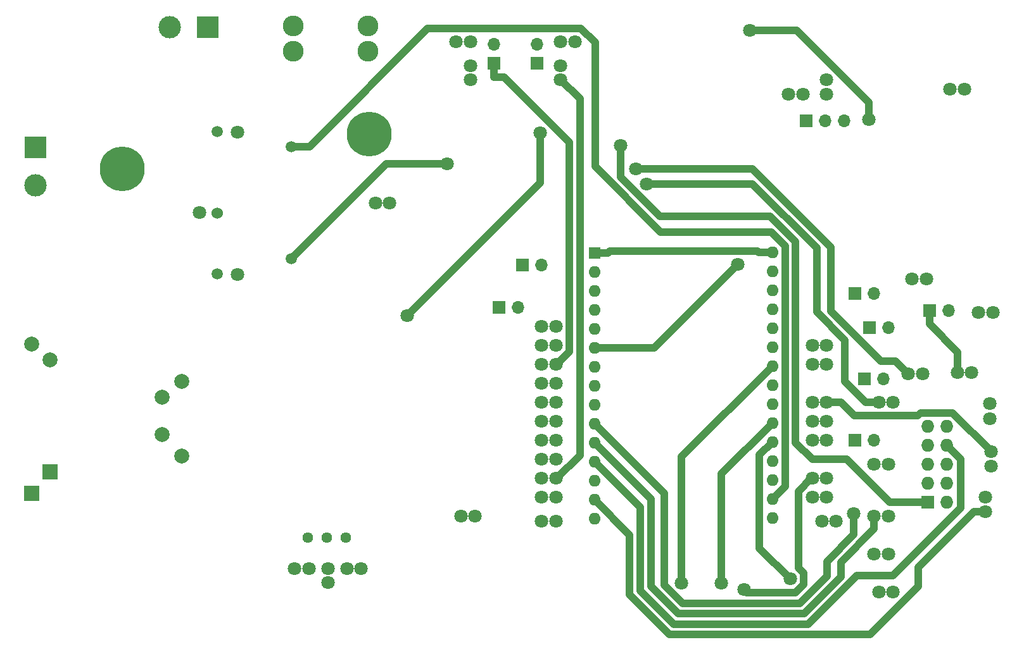
<source format=gbr>
%TF.GenerationSoftware,KiCad,Pcbnew,(6.0.0-rc1-dev-1444-gad0d9f8df)*%
%TF.CreationDate,2019-01-02T13:44:12+02:00*%
%TF.ProjectId,digiTOS-COMOD-SinBoard-routed-2,64696769-544f-4532-9d43-4f4d4f442d53,rev?*%
%TF.SameCoordinates,Original*%
%TF.FileFunction,Copper,L2,Bot*%
%TF.FilePolarity,Positive*%
%FSLAX46Y46*%
G04 Gerber Fmt 4.6, Leading zero omitted, Abs format (unit mm)*
G04 Created by KiCad (PCBNEW (6.0.0-rc1-dev-1444-gad0d9f8df)) date 02/01/2019 13:44:12*
%MOMM*%
%LPD*%
G04 APERTURE LIST*
%TA.AperFunction,ComponentPad*%
%ADD10C,2.000000*%
%TD*%
%TA.AperFunction,ComponentPad*%
%ADD11R,2.000000X2.000000*%
%TD*%
%TA.AperFunction,ComponentPad*%
%ADD12C,2.780000*%
%TD*%
%TA.AperFunction,ComponentPad*%
%ADD13R,3.000000X3.000000*%
%TD*%
%TA.AperFunction,ComponentPad*%
%ADD14C,3.000000*%
%TD*%
%TA.AperFunction,ComponentPad*%
%ADD15C,5.999480*%
%TD*%
%TA.AperFunction,ComponentPad*%
%ADD16R,1.700000X1.700000*%
%TD*%
%TA.AperFunction,ComponentPad*%
%ADD17O,1.700000X1.700000*%
%TD*%
%TA.AperFunction,ComponentPad*%
%ADD18C,1.440000*%
%TD*%
%TA.AperFunction,ComponentPad*%
%ADD19R,1.727200X1.727200*%
%TD*%
%TA.AperFunction,ComponentPad*%
%ADD20O,1.727200X1.727200*%
%TD*%
%TA.AperFunction,ComponentPad*%
%ADD21C,1.524000*%
%TD*%
%TA.AperFunction,ComponentPad*%
%ADD22C,1.520000*%
%TD*%
%TA.AperFunction,ComponentPad*%
%ADD23R,1.600000X1.600000*%
%TD*%
%TA.AperFunction,ComponentPad*%
%ADD24O,1.600000X1.600000*%
%TD*%
%TA.AperFunction,ViaPad*%
%ADD25C,1.800000*%
%TD*%
%TA.AperFunction,Conductor*%
%ADD26C,1.000000*%
%TD*%
G04 APERTURE END LIST*
D10*
%TO.P,T1,7*%
%TO.N,V_Trans_out1*%
X137200000Y-102700000D03*
%TO.P,T1,6*%
%TO.N,V_Trans_out2*%
X137200000Y-97700000D03*
%TO.P,T1,4*%
%TO.N,NEUT*%
X122200000Y-92700000D03*
D11*
%TO.P,T1,1*%
%TO.N,LINE*%
X122200000Y-107700000D03*
%TD*%
D10*
%TO.P,T2,9*%
%TO.N,V_Trans_out1*%
X139800000Y-105600000D03*
%TO.P,T2,7*%
%TO.N,V_Trans_out2*%
X139800000Y-95600000D03*
%TO.P,T2,5*%
%TO.N,NEUT*%
X119800000Y-90600000D03*
D11*
%TO.P,T2,1*%
%TO.N,LINE*%
X119800000Y-110600000D03*
%TD*%
D12*
%TO.P,F1,1*%
%TO.N,AC*%
X164700000Y-48000000D03*
X164700000Y-51400000D03*
%TO.P,F1,2*%
%TO.N,Net-(F1-Pad2)*%
X154780000Y-48000000D03*
X154780000Y-51400000D03*
%TD*%
D13*
%TO.P,NEUT-LINE_IN1,1*%
%TO.N,Net-(F1-Pad2)*%
X143300000Y-48200000D03*
D14*
%TO.P,NEUT-LINE_IN1,2*%
%TO.N,NEUT*%
X138220000Y-48200000D03*
%TD*%
D15*
%TO.P,J3,1*%
%TO.N,AC*%
X164900000Y-62550000D03*
%TD*%
%TO.P,J4,1*%
%TO.N,LINE*%
X131900000Y-67200000D03*
%TD*%
D13*
%TO.P,NEUT-LINE_OUT1,1*%
%TO.N,LINE*%
X120300000Y-64300000D03*
D14*
%TO.P,NEUT-LINE_OUT1,2*%
%TO.N,NEUT*%
X120300000Y-69380000D03*
%TD*%
D16*
%TO.P,RAW-GND1,1*%
%TO.N,+12V*%
X239800000Y-86100000D03*
D17*
%TO.P,RAW-GND1,2*%
%TO.N,GND*%
X242340000Y-86100000D03*
%TD*%
D16*
%TO.P,RX-TX-GND1,1*%
%TO.N,Net-(R5-Pad1)*%
X223320000Y-60730000D03*
D17*
%TO.P,RX-TX-GND1,2*%
%TO.N,Net-(R6-Pad1)*%
X225860000Y-60730000D03*
%TO.P,RX-TX-GND1,3*%
%TO.N,GND*%
X228400000Y-60730000D03*
%TD*%
D16*
%TO.P,DEV1,1*%
%TO.N,DEV_MODE1*%
X181600000Y-53000000D03*
D17*
%TO.P,DEV1,2*%
%TO.N,GND*%
X181600000Y-50460000D03*
%TD*%
%TO.P,DEV2,2*%
%TO.N,GND*%
X187300000Y-50460000D03*
D16*
%TO.P,DEV2,1*%
%TO.N,DEV_MODE2*%
X187300000Y-53000000D03*
%TD*%
D18*
%TO.P,RV1,1*%
%TO.N,Net-(R13-Pad2)*%
X156700000Y-116500000D03*
%TO.P,RV1,2*%
%TO.N,Net-(R17-Pad2)*%
X159240000Y-116500000D03*
%TO.P,RV1,3*%
%TO.N,Net-(R14-Pad1)*%
X161780000Y-116500000D03*
%TD*%
D19*
%TO.P,J1,1*%
%TO.N,+3V3*%
X239600000Y-111800000D03*
D20*
%TO.P,J1,2*%
%TO.N,GND*%
X242140000Y-111800000D03*
%TO.P,J1,3*%
%TO.N,CH1*%
X239600000Y-109260000D03*
%TO.P,J1,4*%
%TO.N,FAULT_FEEDBACK*%
X242140000Y-109260000D03*
%TO.P,J1,5*%
%TO.N,CH2*%
X239600000Y-106720000D03*
%TO.P,J1,6*%
%TO.N,RST*%
X242140000Y-106720000D03*
%TO.P,J1,7*%
%TO.N,CH3*%
X239600000Y-104180000D03*
%TO.P,J1,8*%
%TO.N,DC_FEEDBACK*%
X242140000Y-104180000D03*
%TO.P,J1,9*%
%TO.N,CH4*%
X239600000Y-101640000D03*
%TO.P,J1,10*%
%TO.N,+12V*%
X242140000Y-101640000D03*
%TD*%
D21*
%TO.P,T3,5*%
%TO.N,Net-(T3-Pad5)*%
X144554000Y-73080000D03*
D22*
%TO.P,T3,1*%
%TO.N,Net-(C5-Pad1)*%
X154460000Y-79176000D03*
%TO.P,T3,2*%
%TO.N,CT_out2*%
X154460000Y-64190000D03*
%TO.P,T3,4*%
%TO.N,Net-(T3-Pad5)*%
X144554000Y-81208000D03*
%TO.P,T3,3*%
X144554000Y-62158000D03*
%TD*%
D23*
%TO.P,STM321,1*%
%TO.N,+12V*%
X195005448Y-78401405D03*
D24*
%TO.P,STM321,17*%
%TO.N,Net-(STM321-Pad17)*%
X218797316Y-80860115D03*
%TO.P,STM321,2*%
%TO.N,Net-(STM321-Pad2)*%
X195005448Y-80941405D03*
%TO.P,STM321,18*%
%TO.N,Net-(STM321-Pad18)*%
X218797316Y-83400115D03*
%TO.P,STM321,3*%
%TO.N,E1*%
X195005448Y-83481405D03*
%TO.P,STM321,19*%
%TO.N,E3*%
X218797316Y-85940115D03*
%TO.P,STM321,4*%
%TO.N,E2*%
X195005448Y-86021405D03*
%TO.P,STM321,20*%
%TO.N,E4*%
X218797316Y-88480115D03*
%TO.P,STM321,5*%
%TO.N,CH3*%
X195005448Y-88561405D03*
%TO.P,STM321,21*%
%TO.N,RX*%
X218797316Y-91020115D03*
%TO.P,STM321,6*%
%TO.N,TX*%
X195005448Y-91101405D03*
%TO.P,STM321,22*%
%TO.N,LED1*%
X218797316Y-93560115D03*
%TO.P,STM321,7*%
%TO.N,DEV_MODE1*%
X195005448Y-93641405D03*
%TO.P,STM321,23*%
%TO.N,E5*%
X218797316Y-96100115D03*
%TO.P,STM321,8*%
%TO.N,CH4*%
X195005448Y-96181405D03*
%TO.P,STM321,24*%
%TO.N,RST*%
X218797316Y-98640115D03*
%TO.P,STM321,9*%
%TO.N,LED2*%
X195005448Y-98721405D03*
%TO.P,STM321,25*%
%TO.N,LED3*%
X218797316Y-101180115D03*
%TO.P,STM321,10*%
%TO.N,CH2*%
X195005448Y-101261405D03*
%TO.P,STM321,26*%
%TO.N,LED4*%
X218797316Y-103720115D03*
%TO.P,STM321,11*%
%TO.N,CH1*%
X195005448Y-103801405D03*
%TO.P,STM321,27*%
%TO.N,E6*%
X218797316Y-106260115D03*
%TO.P,STM321,12*%
%TO.N,DC_FEEDBACK*%
X195005448Y-106341405D03*
%TO.P,STM321,28*%
%TO.N,V_OUT*%
X218797316Y-108800115D03*
%TO.P,STM321,13*%
%TO.N,DEV_MODE2*%
X195005448Y-108881405D03*
%TO.P,STM321,29*%
%TO.N,CT_out2*%
X218797316Y-111340115D03*
%TO.P,STM321,14*%
%TO.N,FAULT_FEEDBACK*%
X195005448Y-111421405D03*
%TO.P,STM321,30*%
%TO.N,GND*%
X218797316Y-113880115D03*
%TO.P,STM321,15*%
X195005448Y-113961405D03*
%TO.P,STM321,16*%
%TO.N,+12V*%
X218797316Y-78320115D03*
%TD*%
D17*
%TO.P,J2,2*%
%TO.N,E2*%
X184785000Y-85725000D03*
D16*
%TO.P,J2,1*%
X182245000Y-85725000D03*
%TD*%
%TO.P,J5,1*%
%TO.N,E1*%
X185420000Y-80010000D03*
D17*
%TO.P,J5,2*%
X187960000Y-80010000D03*
%TD*%
%TO.P,J6,2*%
%TO.N,E3*%
X232410000Y-83820000D03*
D16*
%TO.P,J6,1*%
X229870000Y-83820000D03*
%TD*%
%TO.P,J7,1*%
%TO.N,E5*%
X231140000Y-95250000D03*
D17*
%TO.P,J7,2*%
X233680000Y-95250000D03*
%TD*%
D16*
%TO.P,J8,1*%
%TO.N,E4*%
X231775000Y-88392000D03*
D17*
%TO.P,J8,2*%
X234315000Y-88392000D03*
%TD*%
%TO.P,J9,2*%
%TO.N,E6*%
X232410000Y-103505000D03*
D16*
%TO.P,J9,1*%
X229870000Y-103505000D03*
%TD*%
D25*
%TO.N,GND*%
X246380000Y-86360000D03*
X248285000Y-86360000D03*
X244475000Y-56515000D03*
X242570000Y-56515000D03*
X176530000Y-50165000D03*
X178435000Y-50165000D03*
X192405000Y-50165000D03*
X190500000Y-50165000D03*
X234950000Y-123825000D03*
X233045000Y-123825000D03*
X227330000Y-114300000D03*
X225425000Y-114300000D03*
X187960000Y-114300000D03*
X189865000Y-114300000D03*
%TO.N,+12V*%
X239395000Y-81915000D03*
X237490000Y-81915000D03*
X243545000Y-94400600D03*
X245450000Y-94400600D03*
%TO.N,+3V3*%
X198500000Y-64000000D03*
X170000000Y-86800000D03*
X187800000Y-62300000D03*
X234315000Y-118745000D03*
X232410000Y-118745000D03*
%TO.N,LED1*%
X206676600Y-122634900D03*
X226060000Y-93345000D03*
X224155000Y-93345000D03*
%TO.N,LED2*%
X187960000Y-98425000D03*
X189865000Y-98425000D03*
%TO.N,LED3*%
X211961400Y-122634900D03*
X226060000Y-100965000D03*
X224155000Y-100965000D03*
%TO.N,LED4*%
X221180200Y-122054900D03*
X226060000Y-103505000D03*
X224155000Y-103505000D03*
%TO.N,RX*%
X226060000Y-90805000D03*
X224155000Y-90805000D03*
%TO.N,TX*%
X214152100Y-79952300D03*
X187960000Y-90805000D03*
X189865000Y-90805000D03*
%TO.N,CH1*%
X232410000Y-113665000D03*
X234315000Y-113665000D03*
X187960000Y-103505000D03*
X189865000Y-103505000D03*
%TO.N,FAULT_FEEDBACK*%
X247303000Y-111143000D03*
X247303000Y-113048000D03*
X187960000Y-111125000D03*
X189865000Y-111125000D03*
%TO.N,CH2*%
X229656100Y-113311400D03*
X232410000Y-106680000D03*
X234315000Y-106680000D03*
X187960000Y-100965000D03*
X189865000Y-100965000D03*
%TO.N,RST*%
X248004000Y-105052000D03*
X248004000Y-106957000D03*
X226060000Y-98425000D03*
X224155000Y-98425000D03*
%TO.N,CH3*%
X201997600Y-69199200D03*
X233045000Y-98425000D03*
X234950000Y-98425000D03*
X187960000Y-88265000D03*
X189865000Y-88265000D03*
%TO.N,DC_FEEDBACK*%
X247904000Y-98552000D03*
X247904000Y-100584000D03*
X187960000Y-106045000D03*
X189865000Y-106045000D03*
%TO.N,CH4*%
X200549100Y-67185300D03*
X238893000Y-94575200D03*
X236988000Y-94575200D03*
X187960000Y-95885000D03*
X189865000Y-95885000D03*
%TO.N,Net-(R5-Pad1)*%
X220980000Y-57150000D03*
X222885000Y-57150000D03*
%TO.N,Net-(R6-Pad1)*%
X226060000Y-55245000D03*
X226060000Y-57150000D03*
%TO.N,CT_out2*%
X165735000Y-71755000D03*
X167640000Y-71755000D03*
X226060000Y-111125000D03*
X224155000Y-111125000D03*
%TO.N,DEV_MODE1*%
X178435000Y-55245000D03*
X178435000Y-53340000D03*
X187960000Y-93345000D03*
X189865000Y-93345000D03*
%TO.N,DEV_MODE2*%
X190500000Y-55245000D03*
X190500000Y-53340000D03*
X187960000Y-108585000D03*
X189865000Y-108585000D03*
%TO.N,Net-(C5-Pad1)*%
X175318800Y-66475900D03*
%TO.N,V_OUT*%
X214998700Y-123471700D03*
X179070000Y-113665000D03*
X177165000Y-113665000D03*
X226060000Y-108585000D03*
X224155000Y-108585000D03*
%TO.N,Net-(C1-Pad1)*%
X231669100Y-60598500D03*
X215800000Y-48600000D03*
%TO.N,Net-(R13-Pad2)*%
X156845000Y-120650000D03*
X154940000Y-120650000D03*
%TO.N,Net-(R14-Pad1)*%
X161925000Y-120650000D03*
X163830000Y-120650000D03*
%TO.N,Net-(R17-Pad2)*%
X159385000Y-120650000D03*
X159385000Y-122555000D03*
%TO.N,Net-(T3-Pad5)*%
X142240000Y-73025000D03*
X147320000Y-62230000D03*
X147320000Y-81280000D03*
%TD*%
D26*
%TO.N,+12V*%
X218797300Y-78320100D02*
X216997300Y-78320100D01*
X216997300Y-78320100D02*
X216829200Y-78152000D01*
X216829200Y-78152000D02*
X197054800Y-78152000D01*
X197054800Y-78152000D02*
X196805400Y-78401400D01*
X239800000Y-86100000D02*
X239800000Y-87950000D01*
X239800000Y-87950000D02*
X243545000Y-91695000D01*
X243545000Y-91695000D02*
X243545000Y-94400600D01*
X195005400Y-78401400D02*
X196805400Y-78401400D01*
%TO.N,+3V3*%
X198500000Y-64000000D02*
X198500000Y-68267000D01*
X198500000Y-68267000D02*
X203762100Y-73529100D01*
X203762100Y-73529100D02*
X218503700Y-73529100D01*
X218503700Y-73529100D02*
X221898100Y-76923500D01*
X221898100Y-76923500D02*
X221898100Y-103803100D01*
X221898100Y-103803100D02*
X224140000Y-106045000D01*
X224140000Y-106045000D02*
X228742900Y-106045000D01*
X228742900Y-106045000D02*
X234497900Y-111800000D01*
X234497900Y-111800000D02*
X239600000Y-111800000D01*
X187800000Y-62300000D02*
X187800000Y-69000000D01*
X187800000Y-69000000D02*
X170000000Y-86800000D01*
%TO.N,LED1*%
X218797300Y-93560100D02*
X206676600Y-105680800D01*
X206676600Y-105680800D02*
X206676600Y-122634900D01*
%TO.N,LED3*%
X218797300Y-101180100D02*
X211961400Y-108016000D01*
X211961400Y-108016000D02*
X211961400Y-122634900D01*
%TO.N,LED4*%
X221180200Y-122054900D02*
X217053200Y-117927900D01*
X217053200Y-117927900D02*
X217053200Y-105464200D01*
X217053200Y-105464200D02*
X218797300Y-103720100D01*
%TO.N,TX*%
X195005400Y-91101400D02*
X203003000Y-91101400D01*
X203003000Y-91101400D02*
X214152100Y-79952300D01*
%TO.N,CH1*%
X195005400Y-103801400D02*
X202535500Y-111331500D01*
X202535500Y-111331500D02*
X202535500Y-123022100D01*
X202535500Y-123022100D02*
X206233200Y-126719800D01*
X206233200Y-126719800D02*
X223033200Y-126719800D01*
X223033200Y-126719800D02*
X227976400Y-121776600D01*
X227976400Y-121776600D02*
X227976400Y-119796300D01*
X227976400Y-119796300D02*
X232410000Y-115362700D01*
X232410000Y-115362700D02*
X232410000Y-113665000D01*
%TO.N,FAULT_FEEDBACK*%
X195005400Y-111421400D02*
X199734900Y-116150900D01*
X199734900Y-116150900D02*
X199734900Y-124182100D01*
X199734900Y-124182100D02*
X205073200Y-129520400D01*
X205073200Y-129520400D02*
X231856600Y-129520400D01*
X231856600Y-129520400D02*
X238306200Y-123070800D01*
X238306200Y-123070800D02*
X238306200Y-120516100D01*
X238306200Y-120516100D02*
X245774300Y-113048000D01*
X245774300Y-113048000D02*
X247303000Y-113048000D01*
%TO.N,CH2*%
X195005400Y-101261400D02*
X204368900Y-110624900D01*
X204368900Y-110624900D02*
X204368900Y-122875200D01*
X204368900Y-122875200D02*
X206813200Y-125319500D01*
X206813200Y-125319500D02*
X222453200Y-125319500D01*
X222453200Y-125319500D02*
X226080900Y-121691800D01*
X226080900Y-121691800D02*
X226080900Y-119711300D01*
X226080900Y-119711300D02*
X229656100Y-116136100D01*
X229656100Y-116136100D02*
X229656100Y-113311400D01*
%TO.N,RST*%
X226060000Y-98425000D02*
X227951300Y-98425000D01*
X227951300Y-98425000D02*
X229754300Y-100228000D01*
X229754300Y-100228000D02*
X238259400Y-100228000D01*
X238259400Y-100228000D02*
X238639400Y-99848000D01*
X238639400Y-99848000D02*
X242899400Y-99848000D01*
X242899400Y-99848000D02*
X248004000Y-104952600D01*
X248004000Y-104952600D02*
X248004000Y-105052000D01*
%TO.N,CH3*%
X201997600Y-69199200D02*
X216154300Y-69199200D01*
X216154300Y-69199200D02*
X224720700Y-77765600D01*
X224720700Y-77765600D02*
X224720700Y-86292300D01*
X224720700Y-86292300D02*
X228507200Y-90078800D01*
X228507200Y-90078800D02*
X228507200Y-95638400D01*
X228507200Y-95638400D02*
X231293800Y-98425000D01*
X231293800Y-98425000D02*
X233045000Y-98425000D01*
%TO.N,DC_FEEDBACK*%
X195005400Y-106341400D02*
X201135200Y-112471200D01*
X201135200Y-112471200D02*
X201135200Y-123602100D01*
X201135200Y-123602100D02*
X205653200Y-128120100D01*
X205653200Y-128120100D02*
X223613200Y-128120100D01*
X223613200Y-128120100D02*
X230130800Y-121602500D01*
X230130800Y-121602500D02*
X234889500Y-121602500D01*
X234889500Y-121602500D02*
X243953800Y-112538200D01*
X243953800Y-112538200D02*
X243953800Y-105993800D01*
X243953800Y-105993800D02*
X242140000Y-104180000D01*
%TO.N,CH4*%
X236988000Y-94575200D02*
X235296100Y-92883300D01*
X235296100Y-92883300D02*
X233292200Y-92883300D01*
X233292200Y-92883300D02*
X226616200Y-86207300D01*
X226616200Y-86207300D02*
X226616200Y-77663700D01*
X226616200Y-77663700D02*
X216137800Y-67185300D01*
X216137800Y-67185300D02*
X200549100Y-67185300D01*
%TO.N,CT_out2*%
X154460000Y-64190000D02*
X156899900Y-64190000D01*
X156899900Y-64190000D02*
X172728800Y-48361100D01*
X172728800Y-48361100D02*
X193215400Y-48361100D01*
X193215400Y-48361100D02*
X195088400Y-50234100D01*
X195088400Y-50234100D02*
X195088400Y-66861500D01*
X195088400Y-66861500D02*
X203880100Y-75653200D01*
X203880100Y-75653200D02*
X218627500Y-75653200D01*
X218627500Y-75653200D02*
X220497700Y-77523400D01*
X220497700Y-77523400D02*
X220497700Y-109639700D01*
X220497700Y-109639700D02*
X218797300Y-111340100D01*
%TO.N,DEV_MODE1*%
X181600000Y-53000000D02*
X181600000Y-54850000D01*
X189865000Y-93345000D02*
X189977700Y-93345000D01*
X189977700Y-93345000D02*
X191665400Y-91657300D01*
X191665400Y-91657300D02*
X191665400Y-63619200D01*
X191665400Y-63619200D02*
X182896200Y-54850000D01*
X182896200Y-54850000D02*
X181600000Y-54850000D01*
%TO.N,DEV_MODE2*%
X189865000Y-108585000D02*
X189985600Y-108585000D01*
X189985600Y-108585000D02*
X193065700Y-105504900D01*
X193065700Y-105504900D02*
X193065700Y-57810700D01*
X193065700Y-57810700D02*
X190500000Y-55245000D01*
%TO.N,Net-(C5-Pad1)*%
X154460000Y-79176000D02*
X167160100Y-66475900D01*
X167160100Y-66475900D02*
X175318800Y-66475900D01*
%TO.N,V_OUT*%
X224155000Y-108585000D02*
X224032700Y-108585000D01*
X224032700Y-108585000D02*
X222302000Y-110315700D01*
X222302000Y-110315700D02*
X222302000Y-120630700D01*
X222302000Y-120630700D02*
X222980500Y-121309200D01*
X222980500Y-121309200D02*
X222980500Y-122800600D01*
X222980500Y-122800600D02*
X221908300Y-123872800D01*
X221908300Y-123872800D02*
X215399800Y-123872800D01*
X215399800Y-123872800D02*
X214998700Y-123471700D01*
%TO.N,Net-(C1-Pad1)*%
X215800000Y-48600000D02*
X222034300Y-48600000D01*
X222034300Y-48600000D02*
X231669100Y-58234800D01*
X231669100Y-58234800D02*
X231669100Y-60598500D01*
%TD*%
M02*

</source>
